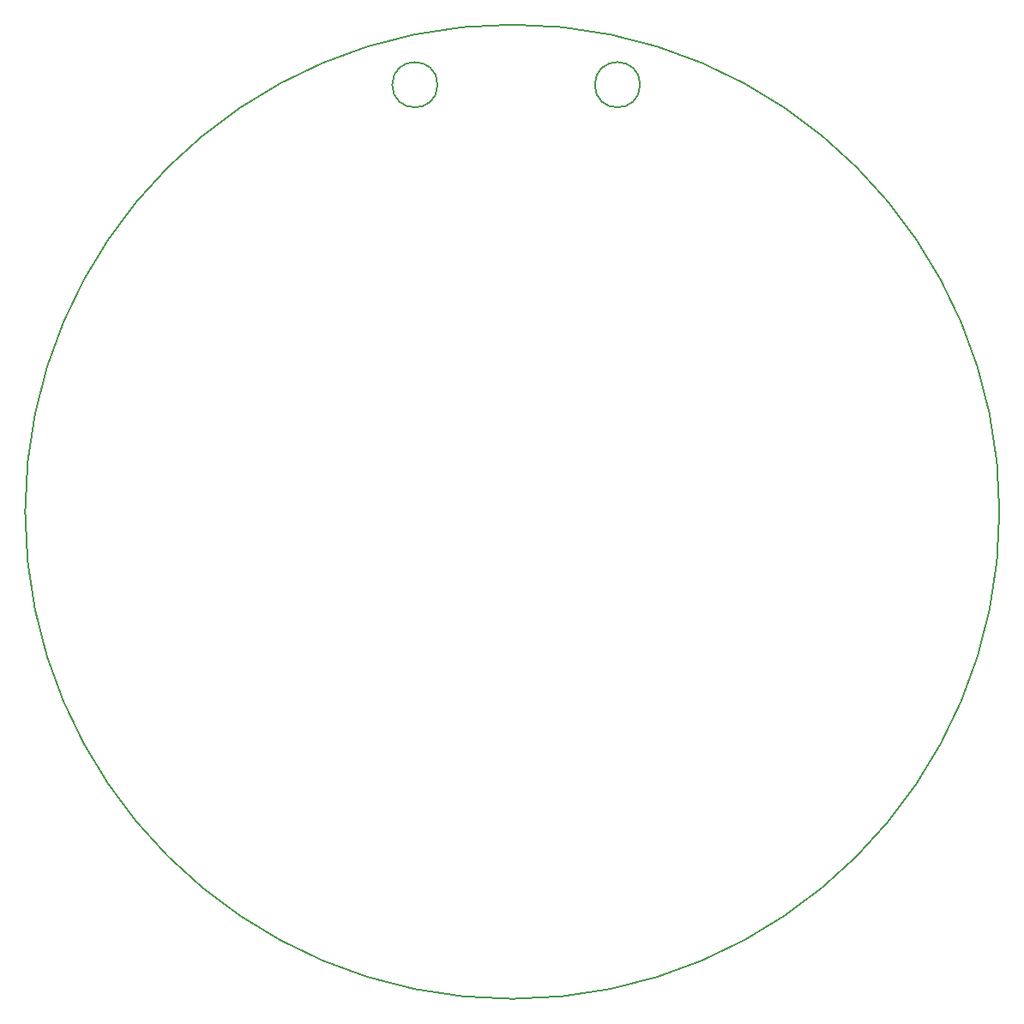
<source format=gm1>
G04 #@! TF.GenerationSoftware,KiCad,Pcbnew,(5.0.0-3-g5ebb6b6)*
G04 #@! TF.CreationDate,2018-09-25T19:29:36-07:00*
G04 #@! TF.ProjectId,christmas-board,6368726973746D61732D626F6172642E,rev?*
G04 #@! TF.SameCoordinates,Original*
G04 #@! TF.FileFunction,Profile,NP*
%FSLAX46Y46*%
G04 Gerber Fmt 4.6, Leading zero omitted, Abs format (unit mm)*
G04 Created by KiCad (PCBNEW (5.0.0-3-g5ebb6b6)) date Tuesday, September 25, 2018 at 07:29:36 PM*
%MOMM*%
%LPD*%
G01*
G04 APERTURE LIST*
%ADD10C,0.150000*%
G04 APERTURE END LIST*
D10*
X103236068Y-47000000D02*
G75*
G03X103236068Y-47000000I-2236068J0D01*
G01*
X123236068Y-47000000D02*
G75*
G03X123236068Y-47000000I-2236068J0D01*
G01*
X158705915Y-89154000D02*
G75*
G03X158705915Y-89154000I-48088915J0D01*
G01*
M02*

</source>
